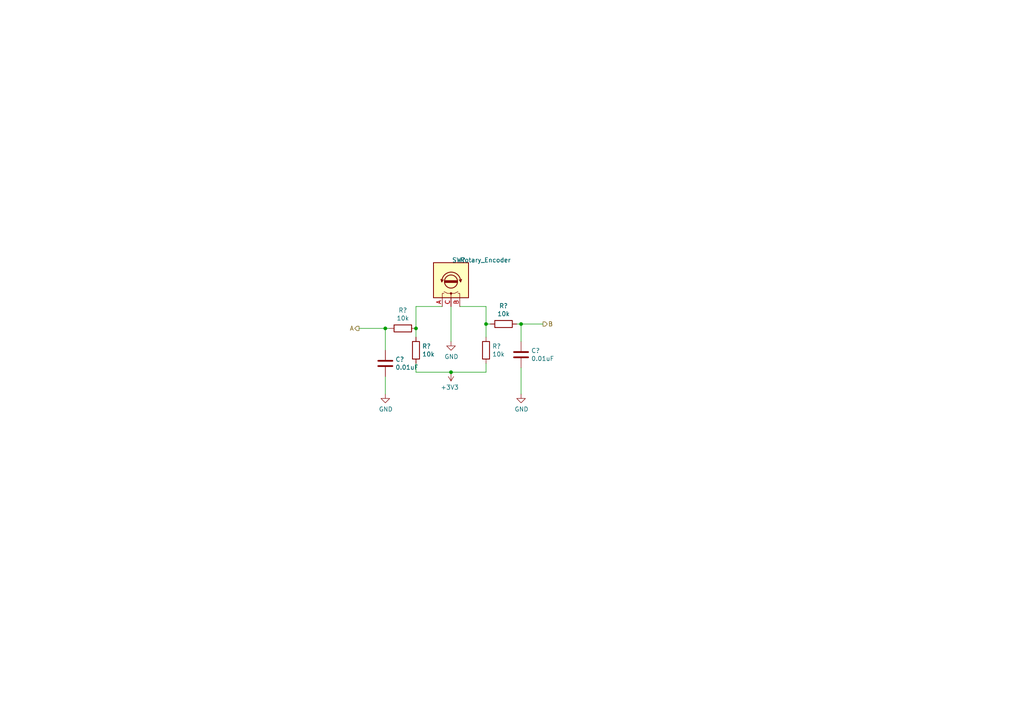
<source format=kicad_sch>
(kicad_sch (version 20211123) (generator eeschema)
  (paper "A4")
  (lib_symbols
    (symbol "Device:C" (pin_numbers hide) (pin_names (offset 0.254))
      (property "Reference" "C" (at 0.635 2.54 0))
      (property "Value" "C" (at 0.635 -2.54 0))
      (symbol "C_0_1"
        (polyline (pts (xy -2.032 -0.762) (xy 2.032 -0.762)) (stroke (width 0.508)))
        (polyline (pts (xy -2.032 0.762) (xy 2.032 0.762)) (stroke (width 0.508)))
      )
      (symbol "C_1_1"
        (pin passive line (at 0 3.81 270) (length 2.794) (name "~") (number "1"))
        (pin passive line (at 0 -3.81 90) (length 2.794) (name "~") (number "2"))
      )
    )
    (symbol "Device:R" (pin_numbers hide) (pin_names (offset 0))
      (property "Reference" "R" (at 2.032 0 90))
      (property "Value" "R" (at 0 0 90))
      (symbol "R_0_1"
        (rectangle (start -1.016 -2.54) (end 1.016 2.54) (stroke (width 0.254)))
      )
      (symbol "R_1_1"
        (pin passive line (at 0 3.81 270) (length 1.27) (name "~") (number "1"))
        (pin passive line (at 0 -3.81 90) (length 1.27) (name "~") (number "2"))
      )
    )
    (symbol "Device:Rotary_Encoder" (pin_names (offset 0.254) hide)
      (property "Reference" "SW9" (at 5.842 -0.2794 90))
      (property "Value" "Rotary_Encoder" (at 5.842 -2.5908 90))
      (symbol "Rotary_Encoder_0_1"
        (rectangle (start -5.08 5.08) (end 5.08 -5.08) (stroke (width 0.254)) (fill (type background)))
        (circle (center -3.81 0) (radius 0.254) (fill (type outline)))
        (arc (start -0.381 -2.794) (mid 2.3622 -0.0635) (end -0.381 2.667) (stroke (width 0.254)))
        (circle (center -0.381 0) (radius 1.905) (stroke (width 0.254)))
        (polyline (pts (xy -0.635 -1.778) (xy -0.635 1.778)) (stroke (width 0.254)))
        (polyline (pts (xy -0.381 -1.778) (xy -0.381 1.778)) (stroke (width 0.254)))
        (polyline (pts (xy -0.127 1.778) (xy -0.127 -1.778)) (stroke (width 0.254)))
        (polyline (pts (xy -5.08 -2.54) (xy -3.81 -2.54) (xy -3.81 -2.032)))
        (polyline (pts (xy -5.08 2.54) (xy -3.81 2.54) (xy -3.81 2.032)))
        (polyline (pts (xy 0.254 -3.048) (xy -0.508 -2.794) (xy 0.127 -2.413)) (stroke (width 0.254)))
        (polyline (pts (xy 0.254 2.921) (xy -0.508 2.667) (xy 0.127 2.286)) (stroke (width 0.254)))
        (polyline (pts (xy -5.08 0) (xy -3.81 0) (xy -3.81 -1.016) (xy -3.302 -2.032)))
        (polyline (pts (xy -4.318 0) (xy -3.81 0) (xy -3.81 1.016) (xy -3.302 2.032)))
      )
      (symbol "Rotary_Encoder_1_1"
        (pin passive line (at -7.62 2.54 0) (length 2.54) (name "A") (number "A"))
        (pin passive line (at -7.62 -2.54 0) (length 2.54) (name "B") (number "B"))
        (pin passive line (at -7.62 0 0) (length 2.54) (name "C") (number "C"))
      )
    )
    (symbol "power:+3.3V" (power) (pin_names (offset 0))
      (property "Value" "+3.3V" (at 0 3.556 0))
      (symbol "+3.3V_0_1"
        (polyline (pts (xy -0.762 1.27) (xy 0 2.54)))
        (polyline (pts (xy 0 0) (xy 0 2.54)))
        (polyline (pts (xy 0 2.54) (xy 0.762 1.27)))
      )
      (symbol "+3.3V_1_1"
        (pin power_in line (at 0 0 90) (length 0) hide (name "+3V3") (number "1"))
      )
    )
    (symbol "power:GND" (power) (pin_names (offset 0))
      (property "Value" "GND" (at 0 -3.81 0))
      (symbol "GND_0_1"
        (polyline (pts (xy 0 0) (xy 0 -1.27) (xy 1.27 -1.27) (xy 0 -2.54) (xy -1.27 -1.27) (xy 0 -1.27)))
      )
      (symbol "GND_1_1"
        (pin power_in line (at 0 0 270) (length 0) hide (name "GND") (number "1"))
      )
    )
  )
  (junction (at 130.81 107.95))
  (junction (at 120.65 95.25))
  (junction (at 151.13 93.98))
  (junction (at 111.76 95.25))
  (junction (at 140.97 93.98))
  (wire (pts (xy 128.27 88.9) (xy 120.65 88.9)))
  (wire (pts (xy 111.76 101.6) (xy 111.76 95.25)))
  (wire (pts (xy 140.97 93.98) (xy 140.97 88.9)))
  (wire (pts (xy 140.97 97.79) (xy 140.97 93.98)))
  (wire (pts (xy 140.97 107.95) (xy 130.81 107.95)))
  (wire (pts (xy 151.13 93.98) (xy 157.48 93.98)))
  (wire (pts (xy 151.13 114.3) (xy 151.13 106.68)))
  (wire (pts (xy 120.65 88.9) (xy 120.65 95.25)))
  (wire (pts (xy 130.81 107.95) (xy 120.65 107.95)))
  (wire (pts (xy 120.65 107.95) (xy 120.65 105.41)))
  (wire (pts (xy 111.76 95.25) (xy 113.03 95.25)))
  (wire (pts (xy 140.97 105.41) (xy 140.97 107.95)))
  (wire (pts (xy 120.65 95.25) (xy 120.65 97.79)))
  (wire (pts (xy 111.76 114.3) (xy 111.76 109.22)))
  (wire (pts (xy 140.97 88.9) (xy 133.35 88.9)))
  (wire (pts (xy 104.14 95.25) (xy 111.76 95.25)))
  (wire (pts (xy 151.13 99.06) (xy 151.13 93.98)))
  (wire (pts (xy 130.81 88.9) (xy 130.81 99.06)))
  (wire (pts (xy 142.24 93.98) (xy 140.97 93.98)))
  (wire (pts (xy 151.13 93.98) (xy 149.86 93.98)))
  (hierarchical_label "A" (shape output) (at 104.14 95.25 180))
  (hierarchical_label "B" (shape output) (at 157.48 93.98 0))
  (symbol (lib_id "Device:C") (at 151.13 102.87 0)
    (property "Reference" "C?" (at 154.051 101.7016 0) (effects (justify left)))
    (property "Value" "0.01uF" (at 154.051 104.013 0) (effects (justify left)))
    (property "Footprint" "Capacitor_SMD:C_0603_1608Metric" (effects hide))
  )
  (symbol (lib_id "Device:R") (at 120.65 101.6 0)
    (property "Reference" "R?" (at 122.428 100.4316 0) (effects (justify left)))
    (property "Value" "10k" (at 122.428 102.743 0) (effects (justify left)))
    (property "Footprint" "Resistor_SMD:R_0603_1608Metric" (effects hide))
  )
  (symbol (lib_id "power:GND") (at 151.13 114.3 0)
    (property "Reference" "#PWR?" (effects hide))
    (property "Value" "GND" (at 151.257 118.6942 0))
  )
  (symbol (lib_id "Device:R") (at 116.84 95.25 270)
    (property "Reference" "R?" (at 116.84 89.9922 90))
    (property "Value" "10k" (at 116.84 92.3036 90))
    (property "Footprint" "Resistor_SMD:R_0603_1608Metric" (effects hide))
  )
  (symbol (lib_id "Device:Rotary_Encoder") (at 130.81 81.28 90)
    (property "Reference" "SW?" (at 131.0894 75.438 90) (effects (justify right)))
    (property "Value" "Rotary_Encoder" (at 133.4008 75.438 90) (effects (justify right)))
    (property "Footprint" "Rotary_Encoder:RotaryEncoder_Alps_EC12E_Vertical_H20mm" (effects hide))
  )
  (symbol (lib_id "Device:C") (at 111.76 105.41 0)
    (property "Reference" "C?" (at 114.681 104.2416 0) (effects (justify left)))
    (property "Value" "0.01uF" (at 114.681 106.553 0) (effects (justify left)))
    (property "Footprint" "Capacitor_SMD:C_0603_1608Metric" (effects hide))
  )
  (symbol (lib_id "power:GND") (at 111.76 114.3 0)
    (property "Reference" "#PWR?" (effects hide))
    (property "Value" "GND" (at 111.887 118.6942 0))
  )
  (symbol (lib_id "Device:R") (at 140.97 101.6 0)
    (property "Reference" "R?" (at 142.748 100.4316 0) (effects (justify left)))
    (property "Value" "10k" (at 142.748 102.743 0) (effects (justify left)))
    (property "Footprint" "Resistor_SMD:R_0603_1608Metric" (effects hide))
  )
  (symbol (lib_id "power:+3.3V") (at 130.81 107.95 180)
    (property "Reference" "#PWR?" (effects hide))
    (property "Value" "+3.3V" (at 130.429 112.3442 0))
  )
  (symbol (lib_id "power:GND") (at 130.81 99.06 0)
    (property "Reference" "#PWR?" (effects hide))
    (property "Value" "GND" (at 130.937 103.4542 0))
  )
  (symbol (lib_id "Device:R") (at 146.05 93.98 270)
    (property "Reference" "R?" (at 146.05 88.7222 90))
    (property "Value" "10k" (at 146.05 91.0336 90))
    (property "Footprint" "Resistor_SMD:R_0603_1608Metric" (effects hide))
  )
)
</source>
